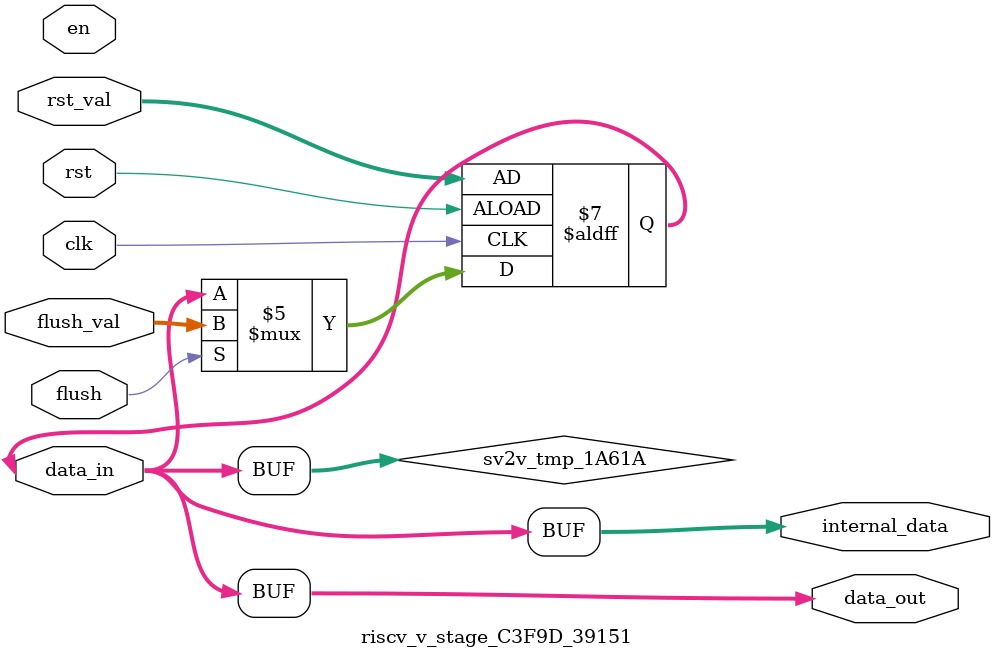
<source format=v>
module riscv_v_stage_C3F9D_39151 (
	clk,
	rst,
	en,
	flush,
	rst_val,
	flush_val,
	data_in,
	data_out,
	internal_data
);
	parameter integer DATA_T_stage_vl_sv2v_pfunc_1B878 = 0;
	parameter signed [31:0] NUM_STAGES = 1;
	input wire clk;
	input wire rst;
	input wire en;
	input wire flush;
	input wire [DATA_T_stage_vl_sv2v_pfunc_1B878 - 1:0] rst_val;
	input wire [DATA_T_stage_vl_sv2v_pfunc_1B878 - 1:0] flush_val;
	input wire [DATA_T_stage_vl_sv2v_pfunc_1B878 - 1:0] data_in;
	output wire [DATA_T_stage_vl_sv2v_pfunc_1B878 - 1:0] data_out;
	output reg [(NUM_STAGES >= 0 ? ((NUM_STAGES + 1) * DATA_T_stage_vl_sv2v_pfunc_1B878) - 1 : ((1 - NUM_STAGES) * DATA_T_stage_vl_sv2v_pfunc_1B878) + ((NUM_STAGES * DATA_T_stage_vl_sv2v_pfunc_1B878) - 1)):(NUM_STAGES >= 0 ? 0 : NUM_STAGES * DATA_T_stage_vl_sv2v_pfunc_1B878)] internal_data;
	wire [DATA_T_stage_vl_sv2v_pfunc_1B878 * 1:1] sv2v_tmp_1A61A;
	assign sv2v_tmp_1A61A = data_in;
	always @(*) internal_data[(NUM_STAGES >= 0 ? 0 : NUM_STAGES) * DATA_T_stage_vl_sv2v_pfunc_1B878+:DATA_T_stage_vl_sv2v_pfunc_1B878] = sv2v_tmp_1A61A;
	genvar _gv_idx_1;
	generate
		for (_gv_idx_1 = 1; _gv_idx_1 <= NUM_STAGES; _gv_idx_1 = _gv_idx_1 + 1) begin : gen_stage_data
			localparam idx = _gv_idx_1;
			always @(posedge clk or posedge rst)
				if (rst)
					internal_data[(NUM_STAGES >= 0 ? idx : NUM_STAGES - idx) * DATA_T_stage_vl_sv2v_pfunc_1B878+:DATA_T_stage_vl_sv2v_pfunc_1B878] <= rst_val;
				else if (flush)
					internal_data[(NUM_STAGES >= 0 ? idx : NUM_STAGES - idx) * DATA_T_stage_vl_sv2v_pfunc_1B878+:DATA_T_stage_vl_sv2v_pfunc_1B878] <= flush_val;
				else if (en)
					internal_data[(NUM_STAGES >= 0 ? idx : NUM_STAGES - idx) * DATA_T_stage_vl_sv2v_pfunc_1B878+:DATA_T_stage_vl_sv2v_pfunc_1B878] <= internal_data[(NUM_STAGES >= 0 ? idx - 1 : NUM_STAGES - (idx - 1)) * DATA_T_stage_vl_sv2v_pfunc_1B878+:DATA_T_stage_vl_sv2v_pfunc_1B878];
		end
	endgenerate
	assign data_out = internal_data[(NUM_STAGES >= 0 ? NUM_STAGES : NUM_STAGES - NUM_STAGES) * DATA_T_stage_vl_sv2v_pfunc_1B878+:DATA_T_stage_vl_sv2v_pfunc_1B878];
endmodule

</source>
